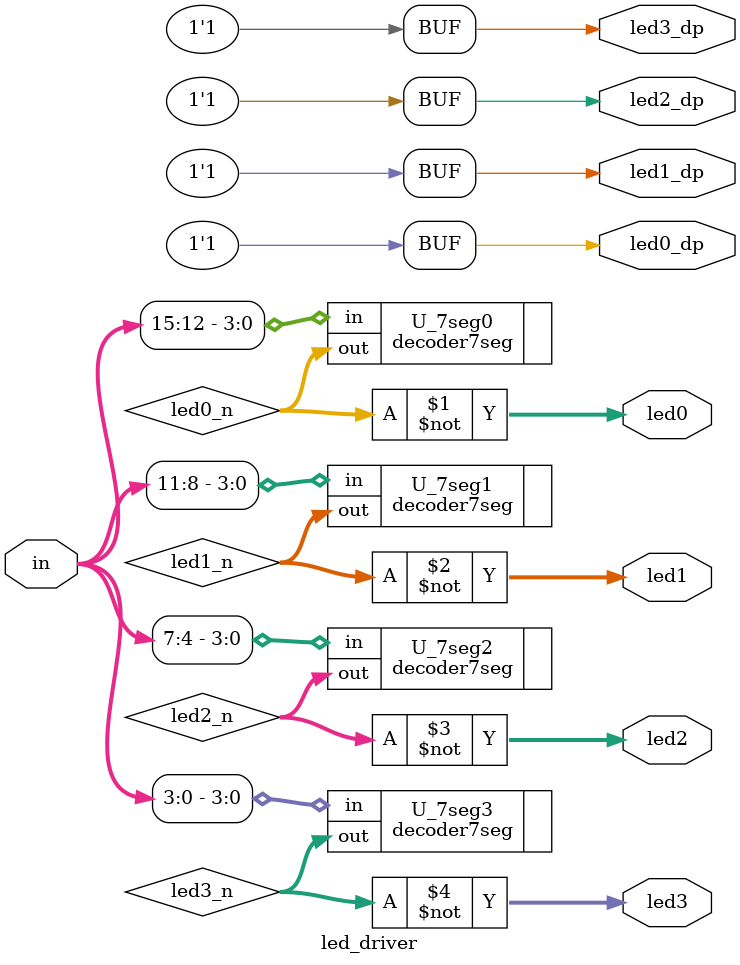
<source format=sv>

module led_driver
    (
    input  logic [15:0] in,

    output logic [6:0] led0,
    output logic       led0_dp,
    output logic [6:0] led1,
    output logic       led1_dp,
    output logic [6:0] led2,
    output logic       led2_dp,
    output logic [6:0] led3,
    output logic       led3_dp
    );

    logic [6:0] led0_n, led1_n, led2_n, led3_n;

    decoder7seg U_7seg0 (.in(in[15:12]), .out(led0_n[0:6]));
    decoder7seg U_7seg1 (.in(in[11:8]),  .out(led1_n[0:6]));
    decoder7seg U_7seg2 (.in(in[7:4]),   .out(led2_n[0:6]));
    decoder7seg U_7seg3 (.in(in[3:0]),   .out(led3_n[0:6]));

    assign led0 = ~led0_n;
    assign led0_dp = 1'b1;
    assign led1 = ~led1_n;
    assign led1_dp = 1'b1;
    assign led2 = ~led2_n;
    assign led2_dp = 1'b1;
    assign led3 = ~led3_n;
    assign led3_dp = 1'b1;

endmodule

</source>
